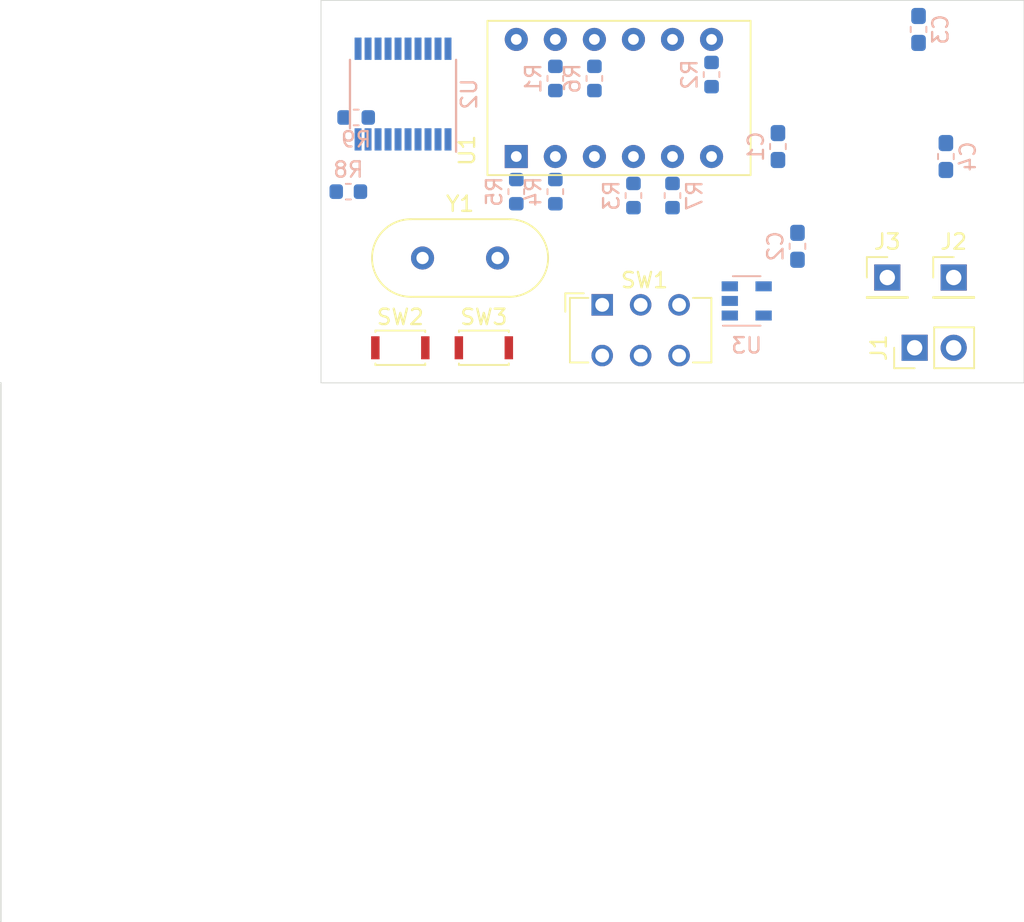
<source format=kicad_pcb>
(kicad_pcb (version 20171130) (host pcbnew 5.1.2-1.fc30)

  (general
    (thickness 1.6)
    (drawings 5)
    (tracks 0)
    (zones 0)
    (modules 23)
    (nets 32)
  )

  (page A4)
  (layers
    (0 F.Cu signal)
    (31 B.Cu signal)
    (32 B.Adhes user)
    (33 F.Adhes user)
    (34 B.Paste user)
    (35 F.Paste user)
    (36 B.SilkS user)
    (37 F.SilkS user)
    (38 B.Mask user)
    (39 F.Mask user)
    (40 Dwgs.User user)
    (41 Cmts.User user)
    (42 Eco1.User user)
    (43 Eco2.User user)
    (44 Edge.Cuts user)
    (45 Margin user)
    (46 B.CrtYd user)
    (47 F.CrtYd user)
    (48 B.Fab user hide)
    (49 F.Fab user hide)
  )

  (setup
    (last_trace_width 0.4)
    (user_trace_width 0.4)
    (trace_clearance 0.2)
    (zone_clearance 0.508)
    (zone_45_only no)
    (trace_min 0.3)
    (via_size 1)
    (via_drill 0.4)
    (via_min_size 0.4)
    (via_min_drill 0.3)
    (user_via 1 0.4)
    (uvia_size 0.3)
    (uvia_drill 0.1)
    (uvias_allowed no)
    (uvia_min_size 0.2)
    (uvia_min_drill 0.1)
    (edge_width 0.05)
    (segment_width 0.2)
    (pcb_text_width 0.3)
    (pcb_text_size 1.5 1.5)
    (mod_edge_width 0.12)
    (mod_text_size 1 1)
    (mod_text_width 0.15)
    (pad_size 1.5 1.5)
    (pad_drill 0.7)
    (pad_to_mask_clearance 0.051)
    (solder_mask_min_width 0.25)
    (aux_axis_origin 0 0)
    (visible_elements FFFFFFFF)
    (pcbplotparams
      (layerselection 0x010fc_ffffffff)
      (usegerberextensions false)
      (usegerberattributes false)
      (usegerberadvancedattributes false)
      (creategerberjobfile false)
      (excludeedgelayer true)
      (linewidth 0.100000)
      (plotframeref false)
      (viasonmask false)
      (mode 1)
      (useauxorigin false)
      (hpglpennumber 1)
      (hpglpenspeed 20)
      (hpglpendiameter 15.000000)
      (psnegative false)
      (psa4output false)
      (plotreference true)
      (plotvalue true)
      (plotinvisibletext false)
      (padsonsilk false)
      (subtractmaskfromsilk false)
      (outputformat 1)
      (mirror false)
      (drillshape 1)
      (scaleselection 1)
      (outputdirectory ""))
  )

  (net 0 "")
  (net 1 GND)
  (net 2 "Net-(C1-Pad1)")
  (net 3 "Net-(C2-Pad1)")
  (net 4 "Net-(C3-Pad1)")
  (net 5 +3V3)
  (net 6 "Net-(J3-Pad1)")
  (net 7 "Net-(R1-Pad1)")
  (net 8 SA)
  (net 9 SB)
  (net 10 "Net-(R2-Pad1)")
  (net 11 SC)
  (net 12 "Net-(R3-Pad1)")
  (net 13 SD)
  (net 14 "Net-(R4-Pad1)")
  (net 15 "Net-(R5-Pad1)")
  (net 16 SE)
  (net 17 "Net-(R6-Pad1)")
  (net 18 SF)
  (net 19 SG)
  (net 20 "Net-(R7-Pad2)")
  (net 21 "Net-(R8-Pad1)")
  (net 22 "Net-(R9-Pad2)")
  (net 23 "Net-(SW1-Pad1)")
  (net 24 "Net-(SW2-Pad1)")
  (net 25 "Net-(SW3-Pad1)")
  (net 26 "Net-(U1-Pad3)")
  (net 27 D4)
  (net 28 D3)
  (net 29 D2)
  (net 30 D1)
  (net 31 "Net-(U3-Pad4)")

  (net_class Default "To jest domyślna klasa połączeń."
    (clearance 0.2)
    (trace_width 0.4)
    (via_dia 1)
    (via_drill 0.4)
    (uvia_dia 0.3)
    (uvia_drill 0.1)
    (diff_pair_width 0.3)
    (diff_pair_gap 0.25)
    (add_net +3V3)
    (add_net D1)
    (add_net D2)
    (add_net D3)
    (add_net D4)
    (add_net GND)
    (add_net "Net-(C1-Pad1)")
    (add_net "Net-(C2-Pad1)")
    (add_net "Net-(C3-Pad1)")
    (add_net "Net-(J3-Pad1)")
    (add_net "Net-(R1-Pad1)")
    (add_net "Net-(R2-Pad1)")
    (add_net "Net-(R3-Pad1)")
    (add_net "Net-(R4-Pad1)")
    (add_net "Net-(R5-Pad1)")
    (add_net "Net-(R6-Pad1)")
    (add_net "Net-(R7-Pad2)")
    (add_net "Net-(R8-Pad1)")
    (add_net "Net-(R9-Pad2)")
    (add_net "Net-(SW1-Pad1)")
    (add_net "Net-(SW2-Pad1)")
    (add_net "Net-(SW3-Pad1)")
    (add_net "Net-(U1-Pad3)")
    (add_net "Net-(U3-Pad4)")
    (add_net SA)
    (add_net SB)
    (add_net SC)
    (add_net SD)
    (add_net SE)
    (add_net SF)
    (add_net SG)
  )

  (net_class +3V3 ""
    (clearance 0.2)
    (trace_width 0.6)
    (via_dia 1)
    (via_drill 0.4)
    (uvia_dia 0.3)
    (uvia_drill 0.1)
    (diff_pair_width 0.3)
    (diff_pair_gap 0.25)
  )

  (net_class GND ""
    (clearance 0.2)
    (trace_width 0.6)
    (via_dia 1)
    (via_drill 0.4)
    (uvia_dia 0.3)
    (uvia_drill 0.1)
    (diff_pair_width 0.3)
    (diff_pair_gap 0.25)
  )

  (module Connector_PinHeader_2.54mm:PinHeader_1x01_P2.54mm_Vertical (layer F.Cu) (tedit 59FED5CC) (tstamp 5D1EAC45)
    (at 245.618 107.95)
    (descr "Through hole straight pin header, 1x01, 2.54mm pitch, single row")
    (tags "Through hole pin header THT 1x01 2.54mm single row")
    (path /5D1EF089)
    (fp_text reference J2 (at 0 -2.33) (layer F.SilkS)
      (effects (font (size 1 1) (thickness 0.15)))
    )
    (fp_text value Cell+ (at 0 2.33) (layer F.Fab)
      (effects (font (size 1 1) (thickness 0.15)))
    )
    (fp_text user %R (at 0 0 90) (layer F.Fab)
      (effects (font (size 1 1) (thickness 0.15)))
    )
    (fp_line (start 1.8 -1.8) (end -1.8 -1.8) (layer F.CrtYd) (width 0.05))
    (fp_line (start 1.8 1.8) (end 1.8 -1.8) (layer F.CrtYd) (width 0.05))
    (fp_line (start -1.8 1.8) (end 1.8 1.8) (layer F.CrtYd) (width 0.05))
    (fp_line (start -1.8 -1.8) (end -1.8 1.8) (layer F.CrtYd) (width 0.05))
    (fp_line (start -1.33 -1.33) (end 0 -1.33) (layer F.SilkS) (width 0.12))
    (fp_line (start -1.33 0) (end -1.33 -1.33) (layer F.SilkS) (width 0.12))
    (fp_line (start -1.33 1.27) (end 1.33 1.27) (layer F.SilkS) (width 0.12))
    (fp_line (start 1.33 1.27) (end 1.33 1.33) (layer F.SilkS) (width 0.12))
    (fp_line (start -1.33 1.27) (end -1.33 1.33) (layer F.SilkS) (width 0.12))
    (fp_line (start -1.33 1.33) (end 1.33 1.33) (layer F.SilkS) (width 0.12))
    (fp_line (start -1.27 -0.635) (end -0.635 -1.27) (layer F.Fab) (width 0.1))
    (fp_line (start -1.27 1.27) (end -1.27 -0.635) (layer F.Fab) (width 0.1))
    (fp_line (start 1.27 1.27) (end -1.27 1.27) (layer F.Fab) (width 0.1))
    (fp_line (start 1.27 -1.27) (end 1.27 1.27) (layer F.Fab) (width 0.1))
    (fp_line (start -0.635 -1.27) (end 1.27 -1.27) (layer F.Fab) (width 0.1))
    (pad 1 thru_hole rect (at 0 0) (size 1.7 1.7) (drill 1) (layers *.Cu *.Mask)
      (net 4 "Net-(C3-Pad1)"))
    (model ${KISYS3DMOD}/Connector_PinHeader_2.54mm.3dshapes/PinHeader_1x01_P2.54mm_Vertical.wrl
      (at (xyz 0 0 0))
      (scale (xyz 1 1 1))
      (rotate (xyz 0 0 0))
    )
  )

  (module Display_7Segment:MAN3420A (layer F.Cu) (tedit 5D2C2E92) (tstamp 5D1ED33A)
    (at 217.17 100.076 90)
    (descr https://www.digchip.com/datasheets/parts/datasheet/161/MAN3640A-pdf.php)
    (tags "One digit 7 segment green LED with left dot")
    (path /5D1B19BD)
    (fp_text reference U1 (at 0.4 -3.2 90) (layer F.SilkS)
      (effects (font (size 1 1) (thickness 0.15)))
    )
    (fp_text value BQ-M322RD (at 3.81 16.51 90) (layer F.Fab)
      (effects (font (size 1 1) (thickness 0.15)))
    )
    (fp_text user %R (at 3.8 7.8 90) (layer F.Fab)
      (effects (font (size 1 1) (thickness 0.15)))
    )
    (fp_line (start -1.34 -2.01) (end 8.96 -2.01) (layer F.CrtYd) (width 0.05))
    (fp_line (start 8.96 -2.01) (end 8.89 13.97) (layer F.CrtYd) (width 0.05))
    (fp_line (start -1.09 1) (end -0.09 0) (layer F.Fab) (width 0.1))
    (fp_line (start -0.09 0) (end -1.09 -1) (layer F.Fab) (width 0.1))
    (fp_line (start -1.09 -1) (end -1.09 -1.755) (layer F.Fab) (width 0.1))
    (fp_line (start -1.21 -1.875) (end 8.83 -1.875) (layer F.SilkS) (width 0.12))
    (fp_line (start 8.83 -1.875) (end 8.83 15.24) (layer F.SilkS) (width 0.12))
    (fp_line (start 8.83 15.24) (end -1.21 15.24) (layer F.SilkS) (width 0.12))
    (fp_line (start -1.21 15.24) (end -1.21 -1.875) (layer F.SilkS) (width 0.12))
    (fp_line (start -1.09 -1.755) (end 8.71 -1.755) (layer F.Fab) (width 0.1))
    (pad 1 thru_hole rect (at 0 0 90) (size 1.5 1.5) (drill 0.7) (layers *.Cu *.Mask)
      (net 15 "Net-(R5-Pad1)"))
    (pad 2 thru_hole circle (at 0 2.54 90) (size 1.5 1.5) (drill 0.7) (layers *.Cu *.Mask)
      (net 14 "Net-(R4-Pad1)"))
    (pad 3 thru_hole circle (at 0 5.08 90) (size 1.5 1.5) (drill 0.7) (layers *.Cu *.Mask)
      (net 26 "Net-(U1-Pad3)"))
    (pad 4 thru_hole circle (at 0 7.62 90) (size 1.5 1.5) (drill 0.7) (layers *.Cu *.Mask)
      (net 12 "Net-(R3-Pad1)"))
    (pad 5 thru_hole circle (at 0 10.16 90) (size 1.5 1.5) (drill 0.7) (layers *.Cu *.Mask)
      (net 20 "Net-(R7-Pad2)"))
    (pad 6 thru_hole circle (at 0 12.7 90) (size 1.5 1.5) (drill 0.7) (layers *.Cu *.Mask)
      (net 27 D4))
    (pad 7 thru_hole circle (at 7.62 12.7 90) (size 1.5 1.5) (drill 0.7) (layers *.Cu *.Mask)
      (net 10 "Net-(R2-Pad1)"))
    (pad 8 thru_hole circle (at 7.62 10.16 90) (size 1.5 1.5) (drill 0.7) (layers *.Cu *.Mask)
      (net 28 D3))
    (pad 9 thru_hole circle (at 7.62 7.62 90) (size 1.5 1.5) (drill 0.7) (layers *.Cu *.Mask)
      (net 29 D2))
    (pad 10 thru_hole circle (at 7.62 5.08 90) (size 1.5 1.5) (drill 0.7) (layers *.Cu *.Mask)
      (net 17 "Net-(R6-Pad1)"))
    (pad 11 thru_hole circle (at 7.62 2.54 90) (size 1.5 1.5) (drill 0.7) (layers *.Cu *.Mask)
      (net 7 "Net-(R1-Pad1)"))
    (pad 12 thru_hole circle (at 7.62 0 90) (size 1.5 1.5) (drill 0.7) (layers *.Cu *.Mask)
      (net 30 D1))
    (model ${KISYS3DMOD}/Display_7Segment.3dshapes/MAN3420A.wrl
      (at (xyz 0 0 0))
      (scale (xyz 1 1 1))
      (rotate (xyz 0 0 0))
    )
  )

  (module Package_SO:TSSOP-20_4.4x6.5mm_P0.65mm (layer B.Cu) (tedit 5A02F25C) (tstamp 5D1EA92B)
    (at 209.804 96.012 90)
    (descr "20-Lead Plastic Thin Shrink Small Outline (ST)-4.4 mm Body [TSSOP] (see Microchip Packaging Specification 00000049BS.pdf)")
    (tags "SSOP 0.65")
    (path /5D1B29CB)
    (attr smd)
    (fp_text reference U2 (at 0 4.3 90) (layer B.SilkS)
      (effects (font (size 1 1) (thickness 0.15)) (justify mirror))
    )
    (fp_text value STM32F030F4Px (at 0 -4.3 90) (layer B.Fab)
      (effects (font (size 1 1) (thickness 0.15)) (justify mirror))
    )
    (fp_line (start -1.2 3.25) (end 2.2 3.25) (layer B.Fab) (width 0.15))
    (fp_line (start 2.2 3.25) (end 2.2 -3.25) (layer B.Fab) (width 0.15))
    (fp_line (start 2.2 -3.25) (end -2.2 -3.25) (layer B.Fab) (width 0.15))
    (fp_line (start -2.2 -3.25) (end -2.2 2.25) (layer B.Fab) (width 0.15))
    (fp_line (start -2.2 2.25) (end -1.2 3.25) (layer B.Fab) (width 0.15))
    (fp_line (start -3.95 3.55) (end -3.95 -3.55) (layer B.CrtYd) (width 0.05))
    (fp_line (start 3.95 3.55) (end 3.95 -3.55) (layer B.CrtYd) (width 0.05))
    (fp_line (start -3.95 3.55) (end 3.95 3.55) (layer B.CrtYd) (width 0.05))
    (fp_line (start -3.95 -3.55) (end 3.95 -3.55) (layer B.CrtYd) (width 0.05))
    (fp_line (start -2.225 -3.45) (end 2.225 -3.45) (layer B.SilkS) (width 0.15))
    (fp_line (start -3.75 3.45) (end 2.225 3.45) (layer B.SilkS) (width 0.15))
    (fp_text user %R (at 0 0 90) (layer B.Fab)
      (effects (font (size 0.8 0.8) (thickness 0.15)) (justify mirror))
    )
    (pad 1 smd rect (at -2.95 2.925 90) (size 1.45 0.45) (layers B.Cu B.Paste B.Mask)
      (net 21 "Net-(R8-Pad1)"))
    (pad 2 smd rect (at -2.95 2.275 90) (size 1.45 0.45) (layers B.Cu B.Paste B.Mask)
      (net 2 "Net-(C1-Pad1)"))
    (pad 3 smd rect (at -2.95 1.625 90) (size 1.45 0.45) (layers B.Cu B.Paste B.Mask)
      (net 3 "Net-(C2-Pad1)"))
    (pad 4 smd rect (at -2.95 0.975 90) (size 1.45 0.45) (layers B.Cu B.Paste B.Mask)
      (net 22 "Net-(R9-Pad2)"))
    (pad 5 smd rect (at -2.95 0.325 90) (size 1.45 0.45) (layers B.Cu B.Paste B.Mask)
      (net 5 +3V3))
    (pad 6 smd rect (at -2.95 -0.325 90) (size 1.45 0.45) (layers B.Cu B.Paste B.Mask)
      (net 27 D4))
    (pad 7 smd rect (at -2.95 -0.975 90) (size 1.45 0.45) (layers B.Cu B.Paste B.Mask)
      (net 28 D3))
    (pad 8 smd rect (at -2.95 -1.625 90) (size 1.45 0.45) (layers B.Cu B.Paste B.Mask)
      (net 29 D2))
    (pad 9 smd rect (at -2.95 -2.275 90) (size 1.45 0.45) (layers B.Cu B.Paste B.Mask)
      (net 30 D1))
    (pad 10 smd rect (at -2.95 -2.925 90) (size 1.45 0.45) (layers B.Cu B.Paste B.Mask)
      (net 19 SG))
    (pad 11 smd rect (at 2.95 -2.925 90) (size 1.45 0.45) (layers B.Cu B.Paste B.Mask)
      (net 8 SA))
    (pad 12 smd rect (at 2.95 -2.275 90) (size 1.45 0.45) (layers B.Cu B.Paste B.Mask)
      (net 9 SB))
    (pad 13 smd rect (at 2.95 -1.625 90) (size 1.45 0.45) (layers B.Cu B.Paste B.Mask)
      (net 11 SC))
    (pad 14 smd rect (at 2.95 -0.975 90) (size 1.45 0.45) (layers B.Cu B.Paste B.Mask)
      (net 13 SD))
    (pad 15 smd rect (at 2.95 -0.325 90) (size 1.45 0.45) (layers B.Cu B.Paste B.Mask)
      (net 1 GND))
    (pad 16 smd rect (at 2.95 0.325 90) (size 1.45 0.45) (layers B.Cu B.Paste B.Mask)
      (net 5 +3V3))
    (pad 17 smd rect (at 2.95 0.975 90) (size 1.45 0.45) (layers B.Cu B.Paste B.Mask)
      (net 24 "Net-(SW2-Pad1)"))
    (pad 18 smd rect (at 2.95 1.625 90) (size 1.45 0.45) (layers B.Cu B.Paste B.Mask)
      (net 25 "Net-(SW3-Pad1)"))
    (pad 19 smd rect (at 2.95 2.275 90) (size 1.45 0.45) (layers B.Cu B.Paste B.Mask)
      (net 16 SE))
    (pad 20 smd rect (at 2.95 2.925 90) (size 1.45 0.45) (layers B.Cu B.Paste B.Mask)
      (net 18 SF))
    (model ${KISYS3DMOD}/Package_SO.3dshapes/TSSOP-20_4.4x6.5mm_P0.65mm.wrl
      (at (xyz 0 0 0))
      (scale (xyz 1 1 1))
      (rotate (xyz 0 0 0))
    )
  )

  (module Capacitor_SMD:C_0603_1608Metric_Pad1.05x0.95mm_HandSolder (layer B.Cu) (tedit 5B301BBE) (tstamp 5D1E81FF)
    (at 234.188 99.427 270)
    (descr "Capacitor SMD 0603 (1608 Metric), square (rectangular) end terminal, IPC_7351 nominal with elongated pad for handsoldering. (Body size source: http://www.tortai-tech.com/upload/download/2011102023233369053.pdf), generated with kicad-footprint-generator")
    (tags "capacitor handsolder")
    (path /5D1CEC8A)
    (attr smd)
    (fp_text reference C1 (at 0 1.43 90) (layer B.SilkS)
      (effects (font (size 1 1) (thickness 0.15)) (justify mirror))
    )
    (fp_text value 22p (at 0 -1.43 90) (layer B.Fab)
      (effects (font (size 1 1) (thickness 0.15)) (justify mirror))
    )
    (fp_text user %R (at 0 0 90) (layer B.Fab)
      (effects (font (size 0.4 0.4) (thickness 0.06)) (justify mirror))
    )
    (fp_line (start 1.65 -0.73) (end -1.65 -0.73) (layer B.CrtYd) (width 0.05))
    (fp_line (start 1.65 0.73) (end 1.65 -0.73) (layer B.CrtYd) (width 0.05))
    (fp_line (start -1.65 0.73) (end 1.65 0.73) (layer B.CrtYd) (width 0.05))
    (fp_line (start -1.65 -0.73) (end -1.65 0.73) (layer B.CrtYd) (width 0.05))
    (fp_line (start -0.171267 -0.51) (end 0.171267 -0.51) (layer B.SilkS) (width 0.12))
    (fp_line (start -0.171267 0.51) (end 0.171267 0.51) (layer B.SilkS) (width 0.12))
    (fp_line (start 0.8 -0.4) (end -0.8 -0.4) (layer B.Fab) (width 0.1))
    (fp_line (start 0.8 0.4) (end 0.8 -0.4) (layer B.Fab) (width 0.1))
    (fp_line (start -0.8 0.4) (end 0.8 0.4) (layer B.Fab) (width 0.1))
    (fp_line (start -0.8 -0.4) (end -0.8 0.4) (layer B.Fab) (width 0.1))
    (pad 2 smd roundrect (at 0.875 0 270) (size 1.05 0.95) (layers B.Cu B.Paste B.Mask) (roundrect_rratio 0.25)
      (net 1 GND))
    (pad 1 smd roundrect (at -0.875 0 270) (size 1.05 0.95) (layers B.Cu B.Paste B.Mask) (roundrect_rratio 0.25)
      (net 2 "Net-(C1-Pad1)"))
    (model ${KISYS3DMOD}/Capacitor_SMD.3dshapes/C_0603_1608Metric.wrl
      (at (xyz 0 0 0))
      (scale (xyz 1 1 1))
      (rotate (xyz 0 0 0))
    )
  )

  (module Capacitor_SMD:C_0603_1608Metric_Pad1.05x0.95mm_HandSolder (layer B.Cu) (tedit 5B301BBE) (tstamp 5D1E8210)
    (at 235.458 105.918 270)
    (descr "Capacitor SMD 0603 (1608 Metric), square (rectangular) end terminal, IPC_7351 nominal with elongated pad for handsoldering. (Body size source: http://www.tortai-tech.com/upload/download/2011102023233369053.pdf), generated with kicad-footprint-generator")
    (tags "capacitor handsolder")
    (path /5D1D00E5)
    (attr smd)
    (fp_text reference C2 (at 0 1.43 90) (layer B.SilkS)
      (effects (font (size 1 1) (thickness 0.15)) (justify mirror))
    )
    (fp_text value 22p (at 0 -1.43 90) (layer B.Fab)
      (effects (font (size 1 1) (thickness 0.15)) (justify mirror))
    )
    (fp_line (start -0.8 -0.4) (end -0.8 0.4) (layer B.Fab) (width 0.1))
    (fp_line (start -0.8 0.4) (end 0.8 0.4) (layer B.Fab) (width 0.1))
    (fp_line (start 0.8 0.4) (end 0.8 -0.4) (layer B.Fab) (width 0.1))
    (fp_line (start 0.8 -0.4) (end -0.8 -0.4) (layer B.Fab) (width 0.1))
    (fp_line (start -0.171267 0.51) (end 0.171267 0.51) (layer B.SilkS) (width 0.12))
    (fp_line (start -0.171267 -0.51) (end 0.171267 -0.51) (layer B.SilkS) (width 0.12))
    (fp_line (start -1.65 -0.73) (end -1.65 0.73) (layer B.CrtYd) (width 0.05))
    (fp_line (start -1.65 0.73) (end 1.65 0.73) (layer B.CrtYd) (width 0.05))
    (fp_line (start 1.65 0.73) (end 1.65 -0.73) (layer B.CrtYd) (width 0.05))
    (fp_line (start 1.65 -0.73) (end -1.65 -0.73) (layer B.CrtYd) (width 0.05))
    (fp_text user %R (at 0 0 90) (layer B.Fab)
      (effects (font (size 0.4 0.4) (thickness 0.06)) (justify mirror))
    )
    (pad 1 smd roundrect (at -0.875 0 270) (size 1.05 0.95) (layers B.Cu B.Paste B.Mask) (roundrect_rratio 0.25)
      (net 3 "Net-(C2-Pad1)"))
    (pad 2 smd roundrect (at 0.875 0 270) (size 1.05 0.95) (layers B.Cu B.Paste B.Mask) (roundrect_rratio 0.25)
      (net 1 GND))
    (model ${KISYS3DMOD}/Capacitor_SMD.3dshapes/C_0603_1608Metric.wrl
      (at (xyz 0 0 0))
      (scale (xyz 1 1 1))
      (rotate (xyz 0 0 0))
    )
  )

  (module Capacitor_SMD:C_0603_1608Metric_Pad1.05x0.95mm_HandSolder (layer B.Cu) (tedit 5B301BBE) (tstamp 5D1E8221)
    (at 243.332 91.807 90)
    (descr "Capacitor SMD 0603 (1608 Metric), square (rectangular) end terminal, IPC_7351 nominal with elongated pad for handsoldering. (Body size source: http://www.tortai-tech.com/upload/download/2011102023233369053.pdf), generated with kicad-footprint-generator")
    (tags "capacitor handsolder")
    (path /5D1D189F)
    (attr smd)
    (fp_text reference C3 (at 0 1.43 90) (layer B.SilkS)
      (effects (font (size 1 1) (thickness 0.15)) (justify mirror))
    )
    (fp_text value 100n (at 0 -1.43 90) (layer B.Fab)
      (effects (font (size 1 1) (thickness 0.15)) (justify mirror))
    )
    (fp_text user %R (at 0 0 90) (layer B.Fab)
      (effects (font (size 0.4 0.4) (thickness 0.06)) (justify mirror))
    )
    (fp_line (start 1.65 -0.73) (end -1.65 -0.73) (layer B.CrtYd) (width 0.05))
    (fp_line (start 1.65 0.73) (end 1.65 -0.73) (layer B.CrtYd) (width 0.05))
    (fp_line (start -1.65 0.73) (end 1.65 0.73) (layer B.CrtYd) (width 0.05))
    (fp_line (start -1.65 -0.73) (end -1.65 0.73) (layer B.CrtYd) (width 0.05))
    (fp_line (start -0.171267 -0.51) (end 0.171267 -0.51) (layer B.SilkS) (width 0.12))
    (fp_line (start -0.171267 0.51) (end 0.171267 0.51) (layer B.SilkS) (width 0.12))
    (fp_line (start 0.8 -0.4) (end -0.8 -0.4) (layer B.Fab) (width 0.1))
    (fp_line (start 0.8 0.4) (end 0.8 -0.4) (layer B.Fab) (width 0.1))
    (fp_line (start -0.8 0.4) (end 0.8 0.4) (layer B.Fab) (width 0.1))
    (fp_line (start -0.8 -0.4) (end -0.8 0.4) (layer B.Fab) (width 0.1))
    (pad 2 smd roundrect (at 0.875 0 90) (size 1.05 0.95) (layers B.Cu B.Paste B.Mask) (roundrect_rratio 0.25)
      (net 1 GND))
    (pad 1 smd roundrect (at -0.875 0 90) (size 1.05 0.95) (layers B.Cu B.Paste B.Mask) (roundrect_rratio 0.25)
      (net 4 "Net-(C3-Pad1)"))
    (model ${KISYS3DMOD}/Capacitor_SMD.3dshapes/C_0603_1608Metric.wrl
      (at (xyz 0 0 0))
      (scale (xyz 1 1 1))
      (rotate (xyz 0 0 0))
    )
  )

  (module Capacitor_SMD:C_0603_1608Metric_Pad1.05x0.95mm_HandSolder (layer B.Cu) (tedit 5B301BBE) (tstamp 5D1E8232)
    (at 245.11 100.076 90)
    (descr "Capacitor SMD 0603 (1608 Metric), square (rectangular) end terminal, IPC_7351 nominal with elongated pad for handsoldering. (Body size source: http://www.tortai-tech.com/upload/download/2011102023233369053.pdf), generated with kicad-footprint-generator")
    (tags "capacitor handsolder")
    (path /5D1D18A5)
    (attr smd)
    (fp_text reference C4 (at 0 1.43 90) (layer B.SilkS)
      (effects (font (size 1 1) (thickness 0.15)) (justify mirror))
    )
    (fp_text value 100n (at 0 -1.43 90) (layer B.Fab)
      (effects (font (size 1 1) (thickness 0.15)) (justify mirror))
    )
    (fp_line (start -0.8 -0.4) (end -0.8 0.4) (layer B.Fab) (width 0.1))
    (fp_line (start -0.8 0.4) (end 0.8 0.4) (layer B.Fab) (width 0.1))
    (fp_line (start 0.8 0.4) (end 0.8 -0.4) (layer B.Fab) (width 0.1))
    (fp_line (start 0.8 -0.4) (end -0.8 -0.4) (layer B.Fab) (width 0.1))
    (fp_line (start -0.171267 0.51) (end 0.171267 0.51) (layer B.SilkS) (width 0.12))
    (fp_line (start -0.171267 -0.51) (end 0.171267 -0.51) (layer B.SilkS) (width 0.12))
    (fp_line (start -1.65 -0.73) (end -1.65 0.73) (layer B.CrtYd) (width 0.05))
    (fp_line (start -1.65 0.73) (end 1.65 0.73) (layer B.CrtYd) (width 0.05))
    (fp_line (start 1.65 0.73) (end 1.65 -0.73) (layer B.CrtYd) (width 0.05))
    (fp_line (start 1.65 -0.73) (end -1.65 -0.73) (layer B.CrtYd) (width 0.05))
    (fp_text user %R (at 0 0 90) (layer B.Fab)
      (effects (font (size 0.4 0.4) (thickness 0.06)) (justify mirror))
    )
    (pad 1 smd roundrect (at -0.875 0 90) (size 1.05 0.95) (layers B.Cu B.Paste B.Mask) (roundrect_rratio 0.25)
      (net 5 +3V3))
    (pad 2 smd roundrect (at 0.875 0 90) (size 1.05 0.95) (layers B.Cu B.Paste B.Mask) (roundrect_rratio 0.25)
      (net 1 GND))
    (model ${KISYS3DMOD}/Capacitor_SMD.3dshapes/C_0603_1608Metric.wrl
      (at (xyz 0 0 0))
      (scale (xyz 1 1 1))
      (rotate (xyz 0 0 0))
    )
  )

  (module Connector_PinHeader_2.54mm:PinHeader_1x02_P2.54mm_Vertical (layer F.Cu) (tedit 59FED5CC) (tstamp 5D1E82F1)
    (at 243.078 112.522 90)
    (descr "Through hole straight pin header, 1x02, 2.54mm pitch, single row")
    (tags "Through hole pin header THT 1x02 2.54mm single row")
    (path /5D1C06F8)
    (fp_text reference J1 (at 0 -2.33 90) (layer F.SilkS)
      (effects (font (size 1 1) (thickness 0.15)))
    )
    (fp_text value Goldpin (at 0 4.87 90) (layer F.Fab)
      (effects (font (size 1 1) (thickness 0.15)))
    )
    (fp_line (start -0.635 -1.27) (end 1.27 -1.27) (layer F.Fab) (width 0.1))
    (fp_line (start 1.27 -1.27) (end 1.27 3.81) (layer F.Fab) (width 0.1))
    (fp_line (start 1.27 3.81) (end -1.27 3.81) (layer F.Fab) (width 0.1))
    (fp_line (start -1.27 3.81) (end -1.27 -0.635) (layer F.Fab) (width 0.1))
    (fp_line (start -1.27 -0.635) (end -0.635 -1.27) (layer F.Fab) (width 0.1))
    (fp_line (start -1.33 3.87) (end 1.33 3.87) (layer F.SilkS) (width 0.12))
    (fp_line (start -1.33 1.27) (end -1.33 3.87) (layer F.SilkS) (width 0.12))
    (fp_line (start 1.33 1.27) (end 1.33 3.87) (layer F.SilkS) (width 0.12))
    (fp_line (start -1.33 1.27) (end 1.33 1.27) (layer F.SilkS) (width 0.12))
    (fp_line (start -1.33 0) (end -1.33 -1.33) (layer F.SilkS) (width 0.12))
    (fp_line (start -1.33 -1.33) (end 0 -1.33) (layer F.SilkS) (width 0.12))
    (fp_line (start -1.8 -1.8) (end -1.8 4.35) (layer F.CrtYd) (width 0.05))
    (fp_line (start -1.8 4.35) (end 1.8 4.35) (layer F.CrtYd) (width 0.05))
    (fp_line (start 1.8 4.35) (end 1.8 -1.8) (layer F.CrtYd) (width 0.05))
    (fp_line (start 1.8 -1.8) (end -1.8 -1.8) (layer F.CrtYd) (width 0.05))
    (fp_text user %R (at 0 1.27) (layer F.Fab)
      (effects (font (size 1 1) (thickness 0.15)))
    )
    (pad 1 thru_hole rect (at 0 0 90) (size 1.7 1.7) (drill 1) (layers *.Cu *.Mask)
      (net 4 "Net-(C3-Pad1)"))
    (pad 2 thru_hole oval (at 0 2.54 90) (size 1.7 1.7) (drill 1) (layers *.Cu *.Mask)
      (net 1 GND))
    (model ${KISYS3DMOD}/Connector_PinHeader_2.54mm.3dshapes/PinHeader_1x02_P2.54mm_Vertical.wrl
      (at (xyz 0 0 0))
      (scale (xyz 1 1 1))
      (rotate (xyz 0 0 0))
    )
  )

  (module Connector_PinHeader_2.54mm:PinHeader_1x01_P2.54mm_Vertical (layer F.Cu) (tedit 59FED5CC) (tstamp 5D1EAB5A)
    (at 241.3 107.95)
    (descr "Through hole straight pin header, 1x01, 2.54mm pitch, single row")
    (tags "Through hole pin header THT 1x01 2.54mm single row")
    (path /5D1EFE3D)
    (fp_text reference J3 (at 0 -2.33) (layer F.SilkS)
      (effects (font (size 1 1) (thickness 0.15)))
    )
    (fp_text value Cell- (at 0 2.33) (layer F.Fab)
      (effects (font (size 1 1) (thickness 0.15)))
    )
    (fp_text user %R (at 0 0 90) (layer F.Fab)
      (effects (font (size 1 1) (thickness 0.15)))
    )
    (fp_line (start 1.8 -1.8) (end -1.8 -1.8) (layer F.CrtYd) (width 0.05))
    (fp_line (start 1.8 1.8) (end 1.8 -1.8) (layer F.CrtYd) (width 0.05))
    (fp_line (start -1.8 1.8) (end 1.8 1.8) (layer F.CrtYd) (width 0.05))
    (fp_line (start -1.8 -1.8) (end -1.8 1.8) (layer F.CrtYd) (width 0.05))
    (fp_line (start -1.33 -1.33) (end 0 -1.33) (layer F.SilkS) (width 0.12))
    (fp_line (start -1.33 0) (end -1.33 -1.33) (layer F.SilkS) (width 0.12))
    (fp_line (start -1.33 1.27) (end 1.33 1.27) (layer F.SilkS) (width 0.12))
    (fp_line (start 1.33 1.27) (end 1.33 1.33) (layer F.SilkS) (width 0.12))
    (fp_line (start -1.33 1.27) (end -1.33 1.33) (layer F.SilkS) (width 0.12))
    (fp_line (start -1.33 1.33) (end 1.33 1.33) (layer F.SilkS) (width 0.12))
    (fp_line (start -1.27 -0.635) (end -0.635 -1.27) (layer F.Fab) (width 0.1))
    (fp_line (start -1.27 1.27) (end -1.27 -0.635) (layer F.Fab) (width 0.1))
    (fp_line (start 1.27 1.27) (end -1.27 1.27) (layer F.Fab) (width 0.1))
    (fp_line (start 1.27 -1.27) (end 1.27 1.27) (layer F.Fab) (width 0.1))
    (fp_line (start -0.635 -1.27) (end 1.27 -1.27) (layer F.Fab) (width 0.1))
    (pad 1 thru_hole rect (at 0 0) (size 1.7 1.7) (drill 1) (layers *.Cu *.Mask)
      (net 6 "Net-(J3-Pad1)"))
    (model ${KISYS3DMOD}/Connector_PinHeader_2.54mm.3dshapes/PinHeader_1x01_P2.54mm_Vertical.wrl
      (at (xyz 0 0 0))
      (scale (xyz 1 1 1))
      (rotate (xyz 0 0 0))
    )
  )

  (module Resistor_SMD:R_0603_1608Metric (layer B.Cu) (tedit 5B301BBD) (tstamp 5D1E832C)
    (at 219.71 94.996 270)
    (descr "Resistor SMD 0603 (1608 Metric), square (rectangular) end terminal, IPC_7351 nominal, (Body size source: http://www.tortai-tech.com/upload/download/2011102023233369053.pdf), generated with kicad-footprint-generator")
    (tags resistor)
    (path /5D1C39A9)
    (attr smd)
    (fp_text reference R1 (at 0 1.43 90) (layer B.SilkS)
      (effects (font (size 1 1) (thickness 0.15)) (justify mirror))
    )
    (fp_text value 120 (at 0 -1.43 90) (layer B.Fab)
      (effects (font (size 1 1) (thickness 0.15)) (justify mirror))
    )
    (fp_line (start -0.8 -0.4) (end -0.8 0.4) (layer B.Fab) (width 0.1))
    (fp_line (start -0.8 0.4) (end 0.8 0.4) (layer B.Fab) (width 0.1))
    (fp_line (start 0.8 0.4) (end 0.8 -0.4) (layer B.Fab) (width 0.1))
    (fp_line (start 0.8 -0.4) (end -0.8 -0.4) (layer B.Fab) (width 0.1))
    (fp_line (start -0.162779 0.51) (end 0.162779 0.51) (layer B.SilkS) (width 0.12))
    (fp_line (start -0.162779 -0.51) (end 0.162779 -0.51) (layer B.SilkS) (width 0.12))
    (fp_line (start -1.48 -0.73) (end -1.48 0.73) (layer B.CrtYd) (width 0.05))
    (fp_line (start -1.48 0.73) (end 1.48 0.73) (layer B.CrtYd) (width 0.05))
    (fp_line (start 1.48 0.73) (end 1.48 -0.73) (layer B.CrtYd) (width 0.05))
    (fp_line (start 1.48 -0.73) (end -1.48 -0.73) (layer B.CrtYd) (width 0.05))
    (fp_text user %R (at 0 0 90) (layer B.Fab)
      (effects (font (size 0.4 0.4) (thickness 0.06)) (justify mirror))
    )
    (pad 1 smd roundrect (at -0.7875 0 270) (size 0.875 0.95) (layers B.Cu B.Paste B.Mask) (roundrect_rratio 0.25)
      (net 7 "Net-(R1-Pad1)"))
    (pad 2 smd roundrect (at 0.7875 0 270) (size 0.875 0.95) (layers B.Cu B.Paste B.Mask) (roundrect_rratio 0.25)
      (net 8 SA))
    (model ${KISYS3DMOD}/Resistor_SMD.3dshapes/R_0603_1608Metric.wrl
      (at (xyz 0 0 0))
      (scale (xyz 1 1 1))
      (rotate (xyz 0 0 0))
    )
  )

  (module Resistor_SMD:R_0603_1608Metric (layer B.Cu) (tedit 5B301BBD) (tstamp 5D1E833D)
    (at 229.87 94.742 270)
    (descr "Resistor SMD 0603 (1608 Metric), square (rectangular) end terminal, IPC_7351 nominal, (Body size source: http://www.tortai-tech.com/upload/download/2011102023233369053.pdf), generated with kicad-footprint-generator")
    (tags resistor)
    (path /5D1C4616)
    (attr smd)
    (fp_text reference R2 (at 0 1.43 90) (layer B.SilkS)
      (effects (font (size 1 1) (thickness 0.15)) (justify mirror))
    )
    (fp_text value 120 (at 0 -1.43 90) (layer B.Fab)
      (effects (font (size 1 1) (thickness 0.15)) (justify mirror))
    )
    (fp_text user %R (at 0 0 90) (layer B.Fab)
      (effects (font (size 0.4 0.4) (thickness 0.06)) (justify mirror))
    )
    (fp_line (start 1.48 -0.73) (end -1.48 -0.73) (layer B.CrtYd) (width 0.05))
    (fp_line (start 1.48 0.73) (end 1.48 -0.73) (layer B.CrtYd) (width 0.05))
    (fp_line (start -1.48 0.73) (end 1.48 0.73) (layer B.CrtYd) (width 0.05))
    (fp_line (start -1.48 -0.73) (end -1.48 0.73) (layer B.CrtYd) (width 0.05))
    (fp_line (start -0.162779 -0.51) (end 0.162779 -0.51) (layer B.SilkS) (width 0.12))
    (fp_line (start -0.162779 0.51) (end 0.162779 0.51) (layer B.SilkS) (width 0.12))
    (fp_line (start 0.8 -0.4) (end -0.8 -0.4) (layer B.Fab) (width 0.1))
    (fp_line (start 0.8 0.4) (end 0.8 -0.4) (layer B.Fab) (width 0.1))
    (fp_line (start -0.8 0.4) (end 0.8 0.4) (layer B.Fab) (width 0.1))
    (fp_line (start -0.8 -0.4) (end -0.8 0.4) (layer B.Fab) (width 0.1))
    (pad 2 smd roundrect (at 0.7875 0 270) (size 0.875 0.95) (layers B.Cu B.Paste B.Mask) (roundrect_rratio 0.25)
      (net 9 SB))
    (pad 1 smd roundrect (at -0.7875 0 270) (size 0.875 0.95) (layers B.Cu B.Paste B.Mask) (roundrect_rratio 0.25)
      (net 10 "Net-(R2-Pad1)"))
    (model ${KISYS3DMOD}/Resistor_SMD.3dshapes/R_0603_1608Metric.wrl
      (at (xyz 0 0 0))
      (scale (xyz 1 1 1))
      (rotate (xyz 0 0 0))
    )
  )

  (module Resistor_SMD:R_0603_1608Metric (layer B.Cu) (tedit 5B301BBD) (tstamp 5D1E834E)
    (at 224.79 102.616 270)
    (descr "Resistor SMD 0603 (1608 Metric), square (rectangular) end terminal, IPC_7351 nominal, (Body size source: http://www.tortai-tech.com/upload/download/2011102023233369053.pdf), generated with kicad-footprint-generator")
    (tags resistor)
    (path /5D1C48D3)
    (attr smd)
    (fp_text reference R3 (at 0 1.43 90) (layer B.SilkS)
      (effects (font (size 1 1) (thickness 0.15)) (justify mirror))
    )
    (fp_text value 120 (at 0 -1.43 90) (layer B.Fab)
      (effects (font (size 1 1) (thickness 0.15)) (justify mirror))
    )
    (fp_text user %R (at 0 0 90) (layer B.Fab)
      (effects (font (size 0.4 0.4) (thickness 0.06)) (justify mirror))
    )
    (fp_line (start 1.48 -0.73) (end -1.48 -0.73) (layer B.CrtYd) (width 0.05))
    (fp_line (start 1.48 0.73) (end 1.48 -0.73) (layer B.CrtYd) (width 0.05))
    (fp_line (start -1.48 0.73) (end 1.48 0.73) (layer B.CrtYd) (width 0.05))
    (fp_line (start -1.48 -0.73) (end -1.48 0.73) (layer B.CrtYd) (width 0.05))
    (fp_line (start -0.162779 -0.51) (end 0.162779 -0.51) (layer B.SilkS) (width 0.12))
    (fp_line (start -0.162779 0.51) (end 0.162779 0.51) (layer B.SilkS) (width 0.12))
    (fp_line (start 0.8 -0.4) (end -0.8 -0.4) (layer B.Fab) (width 0.1))
    (fp_line (start 0.8 0.4) (end 0.8 -0.4) (layer B.Fab) (width 0.1))
    (fp_line (start -0.8 0.4) (end 0.8 0.4) (layer B.Fab) (width 0.1))
    (fp_line (start -0.8 -0.4) (end -0.8 0.4) (layer B.Fab) (width 0.1))
    (pad 2 smd roundrect (at 0.7875 0 270) (size 0.875 0.95) (layers B.Cu B.Paste B.Mask) (roundrect_rratio 0.25)
      (net 11 SC))
    (pad 1 smd roundrect (at -0.7875 0 270) (size 0.875 0.95) (layers B.Cu B.Paste B.Mask) (roundrect_rratio 0.25)
      (net 12 "Net-(R3-Pad1)"))
    (model ${KISYS3DMOD}/Resistor_SMD.3dshapes/R_0603_1608Metric.wrl
      (at (xyz 0 0 0))
      (scale (xyz 1 1 1))
      (rotate (xyz 0 0 0))
    )
  )

  (module Resistor_SMD:R_0603_1608Metric (layer B.Cu) (tedit 5B301BBD) (tstamp 5D1E835F)
    (at 219.71 102.362 270)
    (descr "Resistor SMD 0603 (1608 Metric), square (rectangular) end terminal, IPC_7351 nominal, (Body size source: http://www.tortai-tech.com/upload/download/2011102023233369053.pdf), generated with kicad-footprint-generator")
    (tags resistor)
    (path /5D1C4C5D)
    (attr smd)
    (fp_text reference R4 (at 0 1.43 90) (layer B.SilkS)
      (effects (font (size 1 1) (thickness 0.15)) (justify mirror))
    )
    (fp_text value 120 (at 0 -1.43 90) (layer B.Fab)
      (effects (font (size 1 1) (thickness 0.15)) (justify mirror))
    )
    (fp_text user %R (at 0 0 90) (layer B.Fab)
      (effects (font (size 0.4 0.4) (thickness 0.06)) (justify mirror))
    )
    (fp_line (start 1.48 -0.73) (end -1.48 -0.73) (layer B.CrtYd) (width 0.05))
    (fp_line (start 1.48 0.73) (end 1.48 -0.73) (layer B.CrtYd) (width 0.05))
    (fp_line (start -1.48 0.73) (end 1.48 0.73) (layer B.CrtYd) (width 0.05))
    (fp_line (start -1.48 -0.73) (end -1.48 0.73) (layer B.CrtYd) (width 0.05))
    (fp_line (start -0.162779 -0.51) (end 0.162779 -0.51) (layer B.SilkS) (width 0.12))
    (fp_line (start -0.162779 0.51) (end 0.162779 0.51) (layer B.SilkS) (width 0.12))
    (fp_line (start 0.8 -0.4) (end -0.8 -0.4) (layer B.Fab) (width 0.1))
    (fp_line (start 0.8 0.4) (end 0.8 -0.4) (layer B.Fab) (width 0.1))
    (fp_line (start -0.8 0.4) (end 0.8 0.4) (layer B.Fab) (width 0.1))
    (fp_line (start -0.8 -0.4) (end -0.8 0.4) (layer B.Fab) (width 0.1))
    (pad 2 smd roundrect (at 0.7875 0 270) (size 0.875 0.95) (layers B.Cu B.Paste B.Mask) (roundrect_rratio 0.25)
      (net 13 SD))
    (pad 1 smd roundrect (at -0.7875 0 270) (size 0.875 0.95) (layers B.Cu B.Paste B.Mask) (roundrect_rratio 0.25)
      (net 14 "Net-(R4-Pad1)"))
    (model ${KISYS3DMOD}/Resistor_SMD.3dshapes/R_0603_1608Metric.wrl
      (at (xyz 0 0 0))
      (scale (xyz 1 1 1))
      (rotate (xyz 0 0 0))
    )
  )

  (module Resistor_SMD:R_0603_1608Metric (layer B.Cu) (tedit 5B301BBD) (tstamp 5D1E8370)
    (at 217.17 102.362 270)
    (descr "Resistor SMD 0603 (1608 Metric), square (rectangular) end terminal, IPC_7351 nominal, (Body size source: http://www.tortai-tech.com/upload/download/2011102023233369053.pdf), generated with kicad-footprint-generator")
    (tags resistor)
    (path /5D1C4DE5)
    (attr smd)
    (fp_text reference R5 (at 0 1.43 90) (layer B.SilkS)
      (effects (font (size 1 1) (thickness 0.15)) (justify mirror))
    )
    (fp_text value 120 (at 0 -1.43 90) (layer B.Fab)
      (effects (font (size 1 1) (thickness 0.15)) (justify mirror))
    )
    (fp_line (start -0.8 -0.4) (end -0.8 0.4) (layer B.Fab) (width 0.1))
    (fp_line (start -0.8 0.4) (end 0.8 0.4) (layer B.Fab) (width 0.1))
    (fp_line (start 0.8 0.4) (end 0.8 -0.4) (layer B.Fab) (width 0.1))
    (fp_line (start 0.8 -0.4) (end -0.8 -0.4) (layer B.Fab) (width 0.1))
    (fp_line (start -0.162779 0.51) (end 0.162779 0.51) (layer B.SilkS) (width 0.12))
    (fp_line (start -0.162779 -0.51) (end 0.162779 -0.51) (layer B.SilkS) (width 0.12))
    (fp_line (start -1.48 -0.73) (end -1.48 0.73) (layer B.CrtYd) (width 0.05))
    (fp_line (start -1.48 0.73) (end 1.48 0.73) (layer B.CrtYd) (width 0.05))
    (fp_line (start 1.48 0.73) (end 1.48 -0.73) (layer B.CrtYd) (width 0.05))
    (fp_line (start 1.48 -0.73) (end -1.48 -0.73) (layer B.CrtYd) (width 0.05))
    (fp_text user %R (at 0 0 90) (layer B.Fab)
      (effects (font (size 0.4 0.4) (thickness 0.06)) (justify mirror))
    )
    (pad 1 smd roundrect (at -0.7875 0 270) (size 0.875 0.95) (layers B.Cu B.Paste B.Mask) (roundrect_rratio 0.25)
      (net 15 "Net-(R5-Pad1)"))
    (pad 2 smd roundrect (at 0.7875 0 270) (size 0.875 0.95) (layers B.Cu B.Paste B.Mask) (roundrect_rratio 0.25)
      (net 16 SE))
    (model ${KISYS3DMOD}/Resistor_SMD.3dshapes/R_0603_1608Metric.wrl
      (at (xyz 0 0 0))
      (scale (xyz 1 1 1))
      (rotate (xyz 0 0 0))
    )
  )

  (module Resistor_SMD:R_0603_1608Metric (layer B.Cu) (tedit 5B301BBD) (tstamp 5D1E8381)
    (at 222.25 94.996 270)
    (descr "Resistor SMD 0603 (1608 Metric), square (rectangular) end terminal, IPC_7351 nominal, (Body size source: http://www.tortai-tech.com/upload/download/2011102023233369053.pdf), generated with kicad-footprint-generator")
    (tags resistor)
    (path /5D1C47A3)
    (attr smd)
    (fp_text reference R6 (at 0 1.43 90) (layer B.SilkS)
      (effects (font (size 1 1) (thickness 0.15)) (justify mirror))
    )
    (fp_text value 120 (at 0 -1.43 90) (layer B.Fab)
      (effects (font (size 1 1) (thickness 0.15)) (justify mirror))
    )
    (fp_line (start -0.8 -0.4) (end -0.8 0.4) (layer B.Fab) (width 0.1))
    (fp_line (start -0.8 0.4) (end 0.8 0.4) (layer B.Fab) (width 0.1))
    (fp_line (start 0.8 0.4) (end 0.8 -0.4) (layer B.Fab) (width 0.1))
    (fp_line (start 0.8 -0.4) (end -0.8 -0.4) (layer B.Fab) (width 0.1))
    (fp_line (start -0.162779 0.51) (end 0.162779 0.51) (layer B.SilkS) (width 0.12))
    (fp_line (start -0.162779 -0.51) (end 0.162779 -0.51) (layer B.SilkS) (width 0.12))
    (fp_line (start -1.48 -0.73) (end -1.48 0.73) (layer B.CrtYd) (width 0.05))
    (fp_line (start -1.48 0.73) (end 1.48 0.73) (layer B.CrtYd) (width 0.05))
    (fp_line (start 1.48 0.73) (end 1.48 -0.73) (layer B.CrtYd) (width 0.05))
    (fp_line (start 1.48 -0.73) (end -1.48 -0.73) (layer B.CrtYd) (width 0.05))
    (fp_text user %R (at 0 0 90) (layer B.Fab)
      (effects (font (size 0.4 0.4) (thickness 0.06)) (justify mirror))
    )
    (pad 1 smd roundrect (at -0.7875 0 270) (size 0.875 0.95) (layers B.Cu B.Paste B.Mask) (roundrect_rratio 0.25)
      (net 17 "Net-(R6-Pad1)"))
    (pad 2 smd roundrect (at 0.7875 0 270) (size 0.875 0.95) (layers B.Cu B.Paste B.Mask) (roundrect_rratio 0.25)
      (net 18 SF))
    (model ${KISYS3DMOD}/Resistor_SMD.3dshapes/R_0603_1608Metric.wrl
      (at (xyz 0 0 0))
      (scale (xyz 1 1 1))
      (rotate (xyz 0 0 0))
    )
  )

  (module Resistor_SMD:R_0603_1608Metric (layer B.Cu) (tedit 5B301BBD) (tstamp 5D1E8392)
    (at 227.33 102.616 90)
    (descr "Resistor SMD 0603 (1608 Metric), square (rectangular) end terminal, IPC_7351 nominal, (Body size source: http://www.tortai-tech.com/upload/download/2011102023233369053.pdf), generated with kicad-footprint-generator")
    (tags resistor)
    (path /5D1C4AAC)
    (attr smd)
    (fp_text reference R7 (at 0 1.43 90) (layer B.SilkS)
      (effects (font (size 1 1) (thickness 0.15)) (justify mirror))
    )
    (fp_text value 120 (at 0 -1.43 90) (layer B.Fab)
      (effects (font (size 1 1) (thickness 0.15)) (justify mirror))
    )
    (fp_line (start -0.8 -0.4) (end -0.8 0.4) (layer B.Fab) (width 0.1))
    (fp_line (start -0.8 0.4) (end 0.8 0.4) (layer B.Fab) (width 0.1))
    (fp_line (start 0.8 0.4) (end 0.8 -0.4) (layer B.Fab) (width 0.1))
    (fp_line (start 0.8 -0.4) (end -0.8 -0.4) (layer B.Fab) (width 0.1))
    (fp_line (start -0.162779 0.51) (end 0.162779 0.51) (layer B.SilkS) (width 0.12))
    (fp_line (start -0.162779 -0.51) (end 0.162779 -0.51) (layer B.SilkS) (width 0.12))
    (fp_line (start -1.48 -0.73) (end -1.48 0.73) (layer B.CrtYd) (width 0.05))
    (fp_line (start -1.48 0.73) (end 1.48 0.73) (layer B.CrtYd) (width 0.05))
    (fp_line (start 1.48 0.73) (end 1.48 -0.73) (layer B.CrtYd) (width 0.05))
    (fp_line (start 1.48 -0.73) (end -1.48 -0.73) (layer B.CrtYd) (width 0.05))
    (fp_text user %R (at 0 0 90) (layer B.Fab)
      (effects (font (size 0.4 0.4) (thickness 0.06)) (justify mirror))
    )
    (pad 1 smd roundrect (at -0.7875 0 90) (size 0.875 0.95) (layers B.Cu B.Paste B.Mask) (roundrect_rratio 0.25)
      (net 19 SG))
    (pad 2 smd roundrect (at 0.7875 0 90) (size 0.875 0.95) (layers B.Cu B.Paste B.Mask) (roundrect_rratio 0.25)
      (net 20 "Net-(R7-Pad2)"))
    (model ${KISYS3DMOD}/Resistor_SMD.3dshapes/R_0603_1608Metric.wrl
      (at (xyz 0 0 0))
      (scale (xyz 1 1 1))
      (rotate (xyz 0 0 0))
    )
  )

  (module Resistor_SMD:R_0603_1608Metric (layer B.Cu) (tedit 5B301BBD) (tstamp 5D1E83A3)
    (at 206.248 102.362 180)
    (descr "Resistor SMD 0603 (1608 Metric), square (rectangular) end terminal, IPC_7351 nominal, (Body size source: http://www.tortai-tech.com/upload/download/2011102023233369053.pdf), generated with kicad-footprint-generator")
    (tags resistor)
    (path /5D1D5243)
    (attr smd)
    (fp_text reference R8 (at 0 1.43) (layer B.SilkS)
      (effects (font (size 1 1) (thickness 0.15)) (justify mirror))
    )
    (fp_text value 10k (at 0 -1.43) (layer B.Fab)
      (effects (font (size 1 1) (thickness 0.15)) (justify mirror))
    )
    (fp_line (start -0.8 -0.4) (end -0.8 0.4) (layer B.Fab) (width 0.1))
    (fp_line (start -0.8 0.4) (end 0.8 0.4) (layer B.Fab) (width 0.1))
    (fp_line (start 0.8 0.4) (end 0.8 -0.4) (layer B.Fab) (width 0.1))
    (fp_line (start 0.8 -0.4) (end -0.8 -0.4) (layer B.Fab) (width 0.1))
    (fp_line (start -0.162779 0.51) (end 0.162779 0.51) (layer B.SilkS) (width 0.12))
    (fp_line (start -0.162779 -0.51) (end 0.162779 -0.51) (layer B.SilkS) (width 0.12))
    (fp_line (start -1.48 -0.73) (end -1.48 0.73) (layer B.CrtYd) (width 0.05))
    (fp_line (start -1.48 0.73) (end 1.48 0.73) (layer B.CrtYd) (width 0.05))
    (fp_line (start 1.48 0.73) (end 1.48 -0.73) (layer B.CrtYd) (width 0.05))
    (fp_line (start 1.48 -0.73) (end -1.48 -0.73) (layer B.CrtYd) (width 0.05))
    (fp_text user %R (at 0 0) (layer B.Fab)
      (effects (font (size 0.4 0.4) (thickness 0.06)) (justify mirror))
    )
    (pad 1 smd roundrect (at -0.7875 0 180) (size 0.875 0.95) (layers B.Cu B.Paste B.Mask) (roundrect_rratio 0.25)
      (net 21 "Net-(R8-Pad1)"))
    (pad 2 smd roundrect (at 0.7875 0 180) (size 0.875 0.95) (layers B.Cu B.Paste B.Mask) (roundrect_rratio 0.25)
      (net 1 GND))
    (model ${KISYS3DMOD}/Resistor_SMD.3dshapes/R_0603_1608Metric.wrl
      (at (xyz 0 0 0))
      (scale (xyz 1 1 1))
      (rotate (xyz 0 0 0))
    )
  )

  (module Resistor_SMD:R_0603_1608Metric (layer B.Cu) (tedit 5B301BBD) (tstamp 5D1E83B4)
    (at 206.756 97.536)
    (descr "Resistor SMD 0603 (1608 Metric), square (rectangular) end terminal, IPC_7351 nominal, (Body size source: http://www.tortai-tech.com/upload/download/2011102023233369053.pdf), generated with kicad-footprint-generator")
    (tags resistor)
    (path /5D1D5249)
    (attr smd)
    (fp_text reference R9 (at 0 1.43) (layer B.SilkS)
      (effects (font (size 1 1) (thickness 0.15)) (justify mirror))
    )
    (fp_text value 10k (at 0 -1.43) (layer B.Fab)
      (effects (font (size 1 1) (thickness 0.15)) (justify mirror))
    )
    (fp_text user %R (at 0 0) (layer B.Fab)
      (effects (font (size 0.4 0.4) (thickness 0.06)) (justify mirror))
    )
    (fp_line (start 1.48 -0.73) (end -1.48 -0.73) (layer B.CrtYd) (width 0.05))
    (fp_line (start 1.48 0.73) (end 1.48 -0.73) (layer B.CrtYd) (width 0.05))
    (fp_line (start -1.48 0.73) (end 1.48 0.73) (layer B.CrtYd) (width 0.05))
    (fp_line (start -1.48 -0.73) (end -1.48 0.73) (layer B.CrtYd) (width 0.05))
    (fp_line (start -0.162779 -0.51) (end 0.162779 -0.51) (layer B.SilkS) (width 0.12))
    (fp_line (start -0.162779 0.51) (end 0.162779 0.51) (layer B.SilkS) (width 0.12))
    (fp_line (start 0.8 -0.4) (end -0.8 -0.4) (layer B.Fab) (width 0.1))
    (fp_line (start 0.8 0.4) (end 0.8 -0.4) (layer B.Fab) (width 0.1))
    (fp_line (start -0.8 0.4) (end 0.8 0.4) (layer B.Fab) (width 0.1))
    (fp_line (start -0.8 -0.4) (end -0.8 0.4) (layer B.Fab) (width 0.1))
    (pad 2 smd roundrect (at 0.7875 0) (size 0.875 0.95) (layers B.Cu B.Paste B.Mask) (roundrect_rratio 0.25)
      (net 22 "Net-(R9-Pad2)"))
    (pad 1 smd roundrect (at -0.7875 0) (size 0.875 0.95) (layers B.Cu B.Paste B.Mask) (roundrect_rratio 0.25)
      (net 5 +3V3))
    (model ${KISYS3DMOD}/Resistor_SMD.3dshapes/R_0603_1608Metric.wrl
      (at (xyz 0 0 0))
      (scale (xyz 1 1 1))
      (rotate (xyz 0 0 0))
    )
  )

  (module Button_Switch_THT:SW_CuK_JS202011CQN_DPDT_Straight (layer F.Cu) (tedit 5A02FE31) (tstamp 5D1E83D0)
    (at 222.758 109.728)
    (descr "CuK sub miniature slide switch, JS series, DPDT, right angle, http://www.ckswitches.com/media/1422/js.pdf")
    (tags "switch DPDT")
    (path /5D1B5FD6)
    (fp_text reference SW1 (at 2.75 -1.6) (layer F.SilkS)
      (effects (font (size 1 1) (thickness 0.15)))
    )
    (fp_text value POWER (at 3 5) (layer F.Fab)
      (effects (font (size 1 1) (thickness 0.15)))
    )
    (fp_line (start -1 -0.35) (end -2 0.65) (layer F.Fab) (width 0.1))
    (fp_line (start -2.25 4.25) (end -2.25 -0.95) (layer F.CrtYd) (width 0.05))
    (fp_line (start 7.25 4.25) (end -2.25 4.25) (layer F.CrtYd) (width 0.05))
    (fp_line (start 7.25 -0.95) (end 7.25 4.25) (layer F.CrtYd) (width 0.05))
    (fp_line (start -2.25 -0.95) (end 7.25 -0.95) (layer F.CrtYd) (width 0.05))
    (fp_line (start -2.4 -0.75) (end -2.4 0.45) (layer F.SilkS) (width 0.12))
    (fp_line (start -1.2 -0.75) (end -2.4 -0.75) (layer F.SilkS) (width 0.12))
    (fp_line (start 7.1 3.75) (end 5.9 3.75) (layer F.SilkS) (width 0.12))
    (fp_line (start 7.1 -0.45) (end 7.1 3.75) (layer F.SilkS) (width 0.12))
    (fp_line (start 5.9 -0.45) (end 7.1 -0.45) (layer F.SilkS) (width 0.12))
    (fp_line (start -2.1 3.75) (end -0.9 3.75) (layer F.SilkS) (width 0.12))
    (fp_line (start -2.1 -0.45) (end -2.1 3.75) (layer F.SilkS) (width 0.12))
    (fp_line (start -0.9 -0.45) (end -2.1 -0.45) (layer F.SilkS) (width 0.12))
    (fp_text user %R (at 2 1.65) (layer F.Fab)
      (effects (font (size 1 1) (thickness 0.15)))
    )
    (fp_line (start -2 3.65) (end -2 0.65) (layer F.Fab) (width 0.1))
    (fp_line (start 7 3.65) (end -2 3.65) (layer F.Fab) (width 0.1))
    (fp_line (start 7 -0.35) (end 7 3.65) (layer F.Fab) (width 0.1))
    (fp_line (start -1 -0.35) (end 7 -0.35) (layer F.Fab) (width 0.1))
    (pad 1 thru_hole rect (at 0 0) (size 1.4 1.4) (drill 0.9) (layers *.Cu *.Mask)
      (net 23 "Net-(SW1-Pad1)"))
    (pad 2 thru_hole circle (at 2.5 0) (size 1.4 1.4) (drill 0.9) (layers *.Cu *.Mask)
      (net 6 "Net-(J3-Pad1)"))
    (pad 3 thru_hole circle (at 5 0) (size 1.4 1.4) (drill 0.9) (layers *.Cu *.Mask)
      (net 1 GND))
    (pad 4 thru_hole circle (at 0 3.3) (size 1.4 1.4) (drill 0.9) (layers *.Cu *.Mask))
    (pad 5 thru_hole circle (at 2.5 3.3) (size 1.4 1.4) (drill 0.9) (layers *.Cu *.Mask))
    (pad 6 thru_hole circle (at 5 3.3) (size 1.4 1.4) (drill 0.9) (layers *.Cu *.Mask))
    (model ${KISYS3DMOD}/Button_Switch_THT.3dshapes/SW_CuK_JS202011CQN_DPDT_Straight.wrl
      (at (xyz 0 0 0))
      (scale (xyz 1 1 1))
      (rotate (xyz 0 0 0))
    )
  )

  (module Package_TO_SOT_SMD:SOT-23-5 (layer B.Cu) (tedit 5A02FF57) (tstamp 5D1EAAA3)
    (at 232.156 109.474)
    (descr "5-pin SOT23 package")
    (tags SOT-23-5)
    (path /5D1C1C28)
    (attr smd)
    (fp_text reference U3 (at 0 2.9) (layer B.SilkS)
      (effects (font (size 1 1) (thickness 0.15)) (justify mirror))
    )
    (fp_text value "TC1185-3.3VCT8 " (at 0 -2.9) (layer B.Fab)
      (effects (font (size 1 1) (thickness 0.15)) (justify mirror))
    )
    (fp_text user %R (at 0 0 -90) (layer B.Fab)
      (effects (font (size 0.5 0.5) (thickness 0.075)) (justify mirror))
    )
    (fp_line (start -0.9 -1.61) (end 0.9 -1.61) (layer B.SilkS) (width 0.12))
    (fp_line (start 0.9 1.61) (end -1.55 1.61) (layer B.SilkS) (width 0.12))
    (fp_line (start -1.9 1.8) (end 1.9 1.8) (layer B.CrtYd) (width 0.05))
    (fp_line (start 1.9 1.8) (end 1.9 -1.8) (layer B.CrtYd) (width 0.05))
    (fp_line (start 1.9 -1.8) (end -1.9 -1.8) (layer B.CrtYd) (width 0.05))
    (fp_line (start -1.9 -1.8) (end -1.9 1.8) (layer B.CrtYd) (width 0.05))
    (fp_line (start -0.9 0.9) (end -0.25 1.55) (layer B.Fab) (width 0.1))
    (fp_line (start 0.9 1.55) (end -0.25 1.55) (layer B.Fab) (width 0.1))
    (fp_line (start -0.9 0.9) (end -0.9 -1.55) (layer B.Fab) (width 0.1))
    (fp_line (start 0.9 -1.55) (end -0.9 -1.55) (layer B.Fab) (width 0.1))
    (fp_line (start 0.9 1.55) (end 0.9 -1.55) (layer B.Fab) (width 0.1))
    (pad 1 smd rect (at -1.1 0.95) (size 1.06 0.65) (layers B.Cu B.Paste B.Mask)
      (net 4 "Net-(C3-Pad1)"))
    (pad 2 smd rect (at -1.1 0) (size 1.06 0.65) (layers B.Cu B.Paste B.Mask)
      (net 1 GND))
    (pad 3 smd rect (at -1.1 -0.95) (size 1.06 0.65) (layers B.Cu B.Paste B.Mask)
      (net 4 "Net-(C3-Pad1)"))
    (pad 4 smd rect (at 1.1 -0.95) (size 1.06 0.65) (layers B.Cu B.Paste B.Mask)
      (net 31 "Net-(U3-Pad4)"))
    (pad 5 smd rect (at 1.1 0.95) (size 1.06 0.65) (layers B.Cu B.Paste B.Mask)
      (net 5 +3V3))
    (model ${KISYS3DMOD}/Package_TO_SOT_SMD.3dshapes/SOT-23-5.wrl
      (at (xyz 0 0 0))
      (scale (xyz 1 1 1))
      (rotate (xyz 0 0 0))
    )
  )

  (module Crystal:Crystal_HC49-4H_Vertical (layer F.Cu) (tedit 5A1AD3B7) (tstamp 5D2C300A)
    (at 211.074 106.68)
    (descr "Crystal THT HC-49-4H http://5hertz.com/pdfs/04404_D.pdf")
    (tags "THT crystalHC-49-4H")
    (path /5D1B3EB6)
    (fp_text reference Y1 (at 2.44 -3.525) (layer F.SilkS)
      (effects (font (size 1 1) (thickness 0.15)))
    )
    (fp_text value 18.432MHz (at 2.44 3.525) (layer F.Fab)
      (effects (font (size 1 1) (thickness 0.15)))
    )
    (fp_text user %R (at 2.44 0) (layer F.Fab)
      (effects (font (size 1 1) (thickness 0.15)))
    )
    (fp_line (start -0.76 -2.325) (end 5.64 -2.325) (layer F.Fab) (width 0.1))
    (fp_line (start -0.76 2.325) (end 5.64 2.325) (layer F.Fab) (width 0.1))
    (fp_line (start -0.56 -2) (end 5.44 -2) (layer F.Fab) (width 0.1))
    (fp_line (start -0.56 2) (end 5.44 2) (layer F.Fab) (width 0.1))
    (fp_line (start -0.76 -2.525) (end 5.64 -2.525) (layer F.SilkS) (width 0.12))
    (fp_line (start -0.76 2.525) (end 5.64 2.525) (layer F.SilkS) (width 0.12))
    (fp_line (start -3.6 -2.8) (end -3.6 2.8) (layer F.CrtYd) (width 0.05))
    (fp_line (start -3.6 2.8) (end 8.5 2.8) (layer F.CrtYd) (width 0.05))
    (fp_line (start 8.5 2.8) (end 8.5 -2.8) (layer F.CrtYd) (width 0.05))
    (fp_line (start 8.5 -2.8) (end -3.6 -2.8) (layer F.CrtYd) (width 0.05))
    (fp_arc (start -0.76 0) (end -0.76 -2.325) (angle -180) (layer F.Fab) (width 0.1))
    (fp_arc (start 5.64 0) (end 5.64 -2.325) (angle 180) (layer F.Fab) (width 0.1))
    (fp_arc (start -0.56 0) (end -0.56 -2) (angle -180) (layer F.Fab) (width 0.1))
    (fp_arc (start 5.44 0) (end 5.44 -2) (angle 180) (layer F.Fab) (width 0.1))
    (fp_arc (start -0.76 0) (end -0.76 -2.525) (angle -180) (layer F.SilkS) (width 0.12))
    (fp_arc (start 5.64 0) (end 5.64 -2.525) (angle 180) (layer F.SilkS) (width 0.12))
    (pad 1 thru_hole circle (at 0 0) (size 1.5 1.5) (drill 0.8) (layers *.Cu *.Mask)
      (net 3 "Net-(C2-Pad1)"))
    (pad 2 thru_hole circle (at 4.88 0) (size 1.5 1.5) (drill 0.8) (layers *.Cu *.Mask)
      (net 2 "Net-(C1-Pad1)"))
    (model ${KISYS3DMOD}/Crystal.3dshapes/Crystal_HC49-4H_Vertical.wrl
      (at (xyz 0 0 0))
      (scale (xyz 1 1 1))
      (rotate (xyz 0 0 0))
    )
  )

  (module Button_Switch_SMD:SW_SPST_CK_KXT3 (layer F.Cu) (tedit 5B0768E8) (tstamp 5D2CBE77)
    (at 209.628 112.522)
    (descr https://www.ckswitches.com/media/1465/kxt3.pdf)
    (tags "Switch SPST KXT3")
    (path /5D1BFE2E)
    (attr smd)
    (fp_text reference SW2 (at 0 -2) (layer F.SilkS)
      (effects (font (size 1 1) (thickness 0.15)))
    )
    (fp_text value SET (at 0 2) (layer F.Fab)
      (effects (font (size 1 1) (thickness 0.15)))
    )
    (fp_line (start -1.5 -1) (end 1.5 -1) (layer F.Fab) (width 0.1))
    (fp_line (start 1.5 -1) (end 1.5 1) (layer F.Fab) (width 0.1))
    (fp_line (start 1.5 1) (end -1.5 1) (layer F.Fab) (width 0.1))
    (fp_line (start -1.5 1) (end -1.5 -1) (layer F.Fab) (width 0.1))
    (fp_line (start 1.5 -0.65) (end 1.75 -0.65) (layer F.Fab) (width 0.1))
    (fp_line (start 1.75 -0.65) (end 1.75 -0.4) (layer F.Fab) (width 0.1))
    (fp_line (start 1.75 -0.4) (end 1.5 -0.15) (layer F.Fab) (width 0.1))
    (fp_line (start 1.5 0.15) (end 1.75 0.4) (layer F.Fab) (width 0.1))
    (fp_line (start 1.75 0.4) (end 1.75 0.65) (layer F.Fab) (width 0.1))
    (fp_line (start 1.75 0.65) (end 1.5 0.65) (layer F.Fab) (width 0.1))
    (fp_line (start -1.5 -0.65) (end -1.75 -0.65) (layer F.Fab) (width 0.1))
    (fp_line (start -1.75 -0.65) (end -1.75 -0.4) (layer F.Fab) (width 0.1))
    (fp_line (start -1.75 -0.4) (end -1.5 -0.15) (layer F.Fab) (width 0.1))
    (fp_line (start -1.5 0.15) (end -1.75 0.4) (layer F.Fab) (width 0.1))
    (fp_line (start -1.75 0.4) (end -1.75 0.65) (layer F.Fab) (width 0.1))
    (fp_line (start -1.75 0.65) (end -1.5 0.65) (layer F.Fab) (width 0.1))
    (fp_text user %R (at 0 0) (layer F.Fab)
      (effects (font (size 0.5 0.5) (thickness 0.075)))
    )
    (fp_line (start -1.62 -1.12) (end 1.62 -1.12) (layer F.SilkS) (width 0.12))
    (fp_line (start 1.62 -1.12) (end 1.62 -1.02) (layer F.SilkS) (width 0.12))
    (fp_line (start -1.62 -1.12) (end -1.62 -1.02) (layer F.SilkS) (width 0.12))
    (fp_line (start -1.62 1.12) (end 1.62 1.12) (layer F.SilkS) (width 0.12))
    (fp_line (start 1.62 1.02) (end 1.62 1.12) (layer F.SilkS) (width 0.12))
    (fp_line (start -1.62 1.02) (end -1.62 1.12) (layer F.SilkS) (width 0.12))
    (fp_line (start -2.15 -1.25) (end 2.15 -1.25) (layer F.CrtYd) (width 0.05))
    (fp_line (start 2.15 -1.25) (end 2.15 1.25) (layer F.CrtYd) (width 0.05))
    (fp_line (start -2.15 1.25) (end 2.15 1.25) (layer F.CrtYd) (width 0.05))
    (fp_line (start -2.15 -1.25) (end -2.15 1.25) (layer F.CrtYd) (width 0.05))
    (pad 1 smd rect (at -1.625 0) (size 0.55 1.5) (layers F.Cu F.Paste F.Mask)
      (net 24 "Net-(SW2-Pad1)"))
    (pad 2 smd rect (at 1.625 0) (size 0.55 1.5) (layers F.Cu F.Paste F.Mask)
      (net 1 GND))
    (model ${KISYS3DMOD}/Button_Switch_SMD.3dshapes/SW_SPST_CK_KXT3.wrl
      (at (xyz 0 0 0))
      (scale (xyz 1 1 1))
      (rotate (xyz 0 0 0))
    )
  )

  (module Button_Switch_SMD:SW_SPST_CK_KXT3 (layer F.Cu) (tedit 5B0768E8) (tstamp 5D2CBE97)
    (at 215.06 112.522)
    (descr https://www.ckswitches.com/media/1465/kxt3.pdf)
    (tags "Switch SPST KXT3")
    (path /5D1BD717)
    (attr smd)
    (fp_text reference SW3 (at 0 -2) (layer F.SilkS)
      (effects (font (size 1 1) (thickness 0.15)))
    )
    (fp_text value CLEAR (at 0 2) (layer F.Fab)
      (effects (font (size 1 1) (thickness 0.15)))
    )
    (fp_line (start -2.15 -1.25) (end -2.15 1.25) (layer F.CrtYd) (width 0.05))
    (fp_line (start -2.15 1.25) (end 2.15 1.25) (layer F.CrtYd) (width 0.05))
    (fp_line (start 2.15 -1.25) (end 2.15 1.25) (layer F.CrtYd) (width 0.05))
    (fp_line (start -2.15 -1.25) (end 2.15 -1.25) (layer F.CrtYd) (width 0.05))
    (fp_line (start -1.62 1.02) (end -1.62 1.12) (layer F.SilkS) (width 0.12))
    (fp_line (start 1.62 1.02) (end 1.62 1.12) (layer F.SilkS) (width 0.12))
    (fp_line (start -1.62 1.12) (end 1.62 1.12) (layer F.SilkS) (width 0.12))
    (fp_line (start -1.62 -1.12) (end -1.62 -1.02) (layer F.SilkS) (width 0.12))
    (fp_line (start 1.62 -1.12) (end 1.62 -1.02) (layer F.SilkS) (width 0.12))
    (fp_line (start -1.62 -1.12) (end 1.62 -1.12) (layer F.SilkS) (width 0.12))
    (fp_text user %R (at 0 0) (layer F.Fab)
      (effects (font (size 0.5 0.5) (thickness 0.075)))
    )
    (fp_line (start -1.75 0.65) (end -1.5 0.65) (layer F.Fab) (width 0.1))
    (fp_line (start -1.75 0.4) (end -1.75 0.65) (layer F.Fab) (width 0.1))
    (fp_line (start -1.5 0.15) (end -1.75 0.4) (layer F.Fab) (width 0.1))
    (fp_line (start -1.75 -0.4) (end -1.5 -0.15) (layer F.Fab) (width 0.1))
    (fp_line (start -1.75 -0.65) (end -1.75 -0.4) (layer F.Fab) (width 0.1))
    (fp_line (start -1.5 -0.65) (end -1.75 -0.65) (layer F.Fab) (width 0.1))
    (fp_line (start 1.75 0.65) (end 1.5 0.65) (layer F.Fab) (width 0.1))
    (fp_line (start 1.75 0.4) (end 1.75 0.65) (layer F.Fab) (width 0.1))
    (fp_line (start 1.5 0.15) (end 1.75 0.4) (layer F.Fab) (width 0.1))
    (fp_line (start 1.75 -0.4) (end 1.5 -0.15) (layer F.Fab) (width 0.1))
    (fp_line (start 1.75 -0.65) (end 1.75 -0.4) (layer F.Fab) (width 0.1))
    (fp_line (start 1.5 -0.65) (end 1.75 -0.65) (layer F.Fab) (width 0.1))
    (fp_line (start -1.5 1) (end -1.5 -1) (layer F.Fab) (width 0.1))
    (fp_line (start 1.5 1) (end -1.5 1) (layer F.Fab) (width 0.1))
    (fp_line (start 1.5 -1) (end 1.5 1) (layer F.Fab) (width 0.1))
    (fp_line (start -1.5 -1) (end 1.5 -1) (layer F.Fab) (width 0.1))
    (pad 2 smd rect (at 1.625 0) (size 0.55 1.5) (layers F.Cu F.Paste F.Mask)
      (net 1 GND))
    (pad 1 smd rect (at -1.625 0) (size 0.55 1.5) (layers F.Cu F.Paste F.Mask)
      (net 25 "Net-(SW3-Pad1)"))
    (model ${KISYS3DMOD}/Button_Switch_SMD.3dshapes/SW_SPST_CK_KXT3.wrl
      (at (xyz 0 0 0))
      (scale (xyz 1 1 1))
      (rotate (xyz 0 0 0))
    )
  )

  (gr_line (start 183.642 114.808) (end 183.642 149.86) (layer Edge.Cuts) (width 0.1))
  (gr_line (start 204.47 89.916) (end 250.19 89.916) (layer Edge.Cuts) (width 0.05) (tstamp 5D2CBEFA))
  (gr_line (start 204.47 114.808) (end 204.47 89.916) (layer Edge.Cuts) (width 0.05) (tstamp 5D2C4B70))
  (gr_line (start 250.19 114.808) (end 204.47 114.808) (layer Edge.Cuts) (width 0.05))
  (gr_line (start 250.19 89.916) (end 250.19 114.808) (layer Edge.Cuts) (width 0.05))

)

</source>
